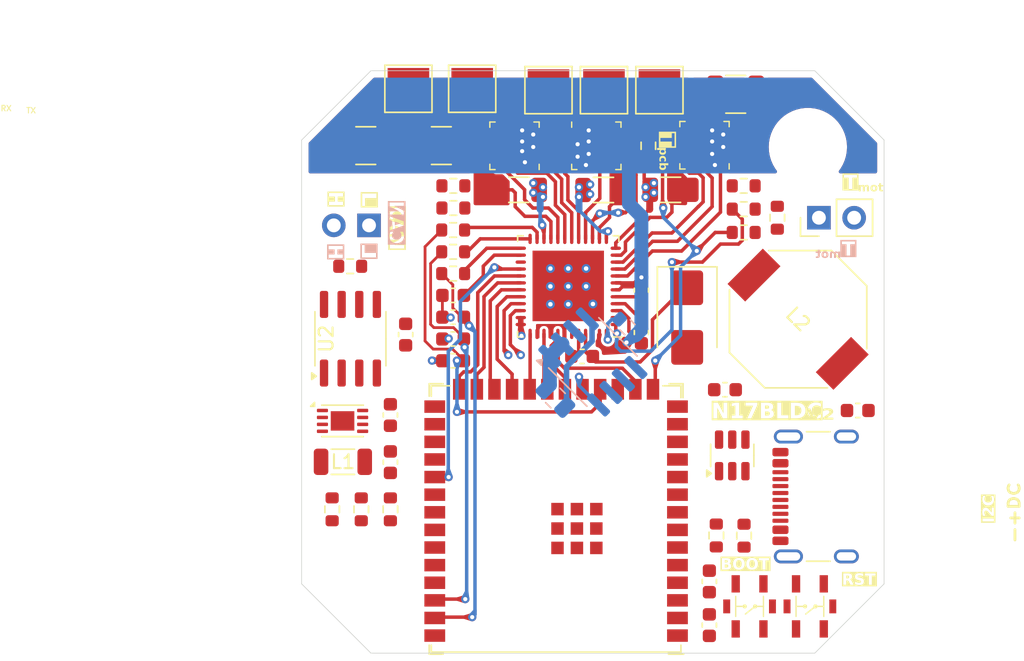
<source format=kicad_pcb>
(kicad_pcb
	(version 20240108)
	(generator "pcbnew")
	(generator_version "8.0")
	(general
		(thickness 1.6)
		(legacy_teardrops no)
	)
	(paper "A4")
	(title_block
		(comment 4 "AISLER Project ID: YMBROGBB")
	)
	(layers
		(0 "F.Cu" signal)
		(1 "In1.Cu" signal)
		(2 "In2.Cu" signal)
		(31 "B.Cu" signal)
		(32 "B.Adhes" user "B.Adhesive")
		(33 "F.Adhes" user "F.Adhesive")
		(34 "B.Paste" user)
		(35 "F.Paste" user)
		(36 "B.SilkS" user "B.Silkscreen")
		(37 "F.SilkS" user "F.Silkscreen")
		(38 "B.Mask" user)
		(39 "F.Mask" user)
		(40 "Dwgs.User" user "User.Drawings")
		(41 "Cmts.User" user "User.Comments")
		(42 "Eco1.User" user "User.Eco1")
		(43 "Eco2.User" user "User.Eco2")
		(44 "Edge.Cuts" user)
		(45 "Margin" user)
		(46 "B.CrtYd" user "B.Courtyard")
		(47 "F.CrtYd" user "F.Courtyard")
		(48 "B.Fab" user)
		(49 "F.Fab" user)
		(50 "User.1" user)
		(51 "User.2" user)
		(52 "User.3" user)
		(53 "User.4" user)
		(54 "User.5" user)
		(55 "User.6" user)
		(56 "User.7" user)
		(57 "User.8" user)
		(58 "User.9" user)
	)
	(setup
		(stackup
			(layer "F.SilkS"
				(type "Top Silk Screen")
			)
			(layer "F.Paste"
				(type "Top Solder Paste")
			)
			(layer "F.Mask"
				(type "Top Solder Mask")
				(thickness 0.01)
			)
			(layer "F.Cu"
				(type "copper")
				(thickness 0.035)
			)
			(layer "dielectric 1"
				(type "prepreg")
				(thickness 0.1)
				(material "FR4")
				(epsilon_r 4.5)
				(loss_tangent 0.02)
			)
			(layer "In1.Cu"
				(type "copper")
				(thickness 0.035)
			)
			(layer "dielectric 2"
				(type "core")
				(thickness 1.24)
				(material "FR4")
				(epsilon_r 4.5)
				(loss_tangent 0.02)
			)
			(layer "In2.Cu"
				(type "copper")
				(thickness 0.035)
			)
			(layer "dielectric 3"
				(type "prepreg")
				(thickness 0.1)
				(material "FR4")
				(epsilon_r 4.5)
				(loss_tangent 0.02)
			)
			(layer "B.Cu"
				(type "copper")
				(thickness 0.035)
			)
			(layer "B.Mask"
				(type "Bottom Solder Mask")
				(thickness 0.01)
			)
			(layer "B.Paste"
				(type "Bottom Solder Paste")
			)
			(layer "B.SilkS"
				(type "Bottom Silk Screen")
			)
			(copper_finish "None")
			(dielectric_constraints no)
		)
		(pad_to_mask_clearance 0)
		(allow_soldermask_bridges_in_footprints no)
		(pcbplotparams
			(layerselection 0x00010fc_ffffffff)
			(plot_on_all_layers_selection 0x0000000_00000000)
			(disableapertmacros no)
			(usegerberextensions no)
			(usegerberattributes yes)
			(usegerberadvancedattributes yes)
			(creategerberjobfile yes)
			(dashed_line_dash_ratio 12.000000)
			(dashed_line_gap_ratio 3.000000)
			(svgprecision 4)
			(plotframeref no)
			(viasonmask no)
			(mode 1)
			(useauxorigin no)
			(hpglpennumber 1)
			(hpglpenspeed 20)
			(hpglpendiameter 15.000000)
			(pdf_front_fp_property_popups yes)
			(pdf_back_fp_property_popups yes)
			(dxfpolygonmode yes)
			(dxfimperialunits yes)
			(dxfusepcbnewfont yes)
			(psnegative no)
			(psa4output no)
			(plotreference yes)
			(plotvalue yes)
			(plotfptext yes)
			(plotinvisibletext no)
			(sketchpadsonfab no)
			(subtractmaskfromsilk no)
			(outputformat 1)
			(mirror no)
			(drillshape 1)
			(scaleselection 1)
			(outputdirectory "")
		)
	)
	(net 0 "")
	(net 1 "Net-(U1-EN)")
	(net 2 "GND")
	(net 3 "Net-(U4-VREF)")
	(net 4 "Net-(U4-CPH)")
	(net 5 "Net-(U4-CPL)")
	(net 6 "Vdrive")
	(net 7 "Net-(U4-VCP)")
	(net 8 "+3.3V")
	(net 9 "/B_D+")
	(net 10 "INHC")
	(net 11 "unconnected-(U1-IO35-Pad28)")
	(net 12 "unconnected-(U1-IO36-Pad29)")
	(net 13 "INHA")
	(net 14 "unconnected-(U1-IO42-Pad35)")
	(net 15 "/B_D-")
	(net 16 "unconnected-(U1-IO37-Pad30)")
	(net 17 "unconnected-(U1-IO16-Pad9)")
	(net 18 "SOA")
	(net 19 "MOTA")
	(net 20 "SOB")
	(net 21 "SOC")
	(net 22 "unconnected-(U1-TXD0-Pad37)")
	(net 23 "unconnected-(U1-RXD0-Pad36)")
	(net 24 "unconnected-(U1-IO40-Pad33)")
	(net 25 "MOTB")
	(net 26 "unconnected-(U1-IO41-Pad34)")
	(net 27 "unconnected-(U1-IO39-Pad32)")
	(net 28 "MOTC")
	(net 29 "INHB")
	(net 30 "/SPA")
	(net 31 "SPI_CLK")
	(net 32 "SPI_MOSI")
	(net 33 "SPI_DRV_nCS")
	(net 34 "SPI_MISO")
	(net 35 "R_TERM_EXT")
	(net 36 "R_TERM_PCB")
	(net 37 "/GHA")
	(net 38 "/GLA")
	(net 39 "/SPB")
	(net 40 "V_sense")
	(net 41 "/GHB")
	(net 42 "/GLB")
	(net 43 "unconnected-(J2-SBU2-PadB8)")
	(net 44 "unconnected-(J2-SBU1-PadA8)")
	(net 45 "/SPC")
	(net 46 "/Shield")
	(net 47 "/ESD_B_D-")
	(net 48 "/ESD_B_D+")
	(net 49 "Net-(J2-CC1)")
	(net 50 "/V_USB")
	(net 51 "Net-(J2-CC2)")
	(net 52 "/CAN_L")
	(net 53 "/CAN_H")
	(net 54 "/CAN_TX")
	(net 55 "/CAN_RX")
	(net 56 "/CAN_S")
	(net 57 "unconnected-(U5-PUSH-Pad3)")
	(net 58 "SCL")
	(net 59 "SDA")
	(net 60 "A")
	(net 61 "B")
	(net 62 "/GHC")
	(net 63 "/GLC")
	(net 64 "/SOA_UNFILTERED")
	(net 65 "/SOB_UNFILTERED")
	(net 66 "/SOC_UNFILTERED")
	(net 67 "Net-(U4-EN_BUCK)")
	(net 68 "DRV_nFAULT")
	(net 69 "DRV_EN")
	(net 70 "HIZ")
	(net 71 "CAL")
	(net 72 "Net-(U4-CB)")
	(net 73 "Net-(D1-K)")
	(net 74 "Net-(U4-FB)")
	(net 75 "/SNA")
	(net 76 "/SNB")
	(net 77 "/SNC")
	(net 78 "+5V")
	(net 79 "Net-(U3-SW)")
	(footprint "Resistor_SMD:R_0603_1608Metric" (layer "F.Cu") (at 56.4 81.625 90))
	(footprint "Resistor_SMD:R_0603_1608Metric" (layer "F.Cu") (at 79.9 83.5125 -90))
	(footprint "Connector_PinHeader_2.54mm:PinHeader_1x02_P2.54mm_Vertical" (layer "F.Cu") (at 54.86 61.15 -90))
	(footprint "PCM_Espressif:ESP32-S3-WROOM-1U" (layer "F.Cu") (at 68.35 82.47 180))
	(footprint "Capacitor_SMD:C_0603_1608Metric" (layer "F.Cu") (at 74.5 68.875 90))
	(footprint "Resistor_SMD:R_0603_1608Metric" (layer "F.Cu") (at 60.925 61.486601))
	(footprint "Capacitor_SMD:C_0603_1608Metric" (layer "F.Cu") (at 79.4 89.975 -90))
	(footprint "Package_SO:SOIC-8_3.9x4.9mm_P1.27mm" (layer "F.Cu") (at 53.52 69.325 90))
	(footprint "Connector_PinHeader_2.54mm:PinHeader_1x02_P2.54mm_Vertical" (layer "F.Cu") (at 87.3 60.6 90))
	(footprint "Resistor_SMD:R_1206_3216Metric" (layer "F.Cu") (at 76.6 58.5875 180))
	(footprint "DRV8313PWP:VQFN-48_EP_7x7_Pitch0.5mm_RGZ0048A" (layer "F.Cu") (at 69.225 65.55 180))
	(footprint "Capacitor_SMD:C_0603_1608Metric" (layer "F.Cu") (at 79.4 86.825 90))
	(footprint "Capacitor_SMD:C_1210_3225Metric" (layer "F.Cu") (at 60.075001 55.4 180))
	(footprint "Resistor_SMD:R_1206_3216Metric" (layer "F.Cu") (at 71.7625 58.6 180))
	(footprint "Capacitor_SMD:C_0603_1608Metric" (layer "F.Cu") (at 60.925 70.913401 180))
	(footprint "Resistor_SMD:R_0603_1608Metric_Pad0.98x0.95mm_HandSolder" (layer "F.Cu") (at 75 55.4125 -90))
	(footprint "Capacitor_SMD:C_0603_1608Metric" (layer "F.Cu") (at 80.525 73 180))
	(footprint "Package_DFN_QFN:DFN-8-1EP_3x2mm_P0.5mm_EP1.7x1.4mm" (layer "F.Cu") (at 52.95 75.250001))
	(footprint "DUALMOSFETS:PowerPAIR_3x3S_BWL" (layer "F.Cu") (at 65.35 55.4125 180))
	(footprint "Resistor_SMD:R_0603_1608Metric" (layer "F.Cu") (at 81.9 83.525 90))
	(footprint "TestPoint:TestPoint_Pad_3.0x3.0mm" (layer "F.Cu") (at 67.8 51.4 180))
	(footprint "TestPoint:TestPoint_Pad_3.0x3.0mm" (layer "F.Cu") (at 71.8 51.4 180))
	(footprint "CUI_TS21:TS21" (layer "F.Cu") (at 86.65 88.625 -90))
	(footprint "Inductor_SMD:L_1206_3216Metric" (layer "F.Cu") (at 52.975 78.2 180))
	(footprint "Resistor_SMD:R_0603_1608Metric" (layer "F.Cu") (at 81.875 61.661906 180))
	(footprint "Capacitor_SMD:C_0603_1608Metric" (layer "F.Cu") (at 74.5 65.825 -90))
	(footprint "Resistor_SMD:R_0603_1608Metric" (layer "F.Cu") (at 60.941002 59.9))
	(footprint "Capacitor_SMD:C_0603_1608Metric" (layer "F.Cu") (at 56.4 74.825 -90))
	(footprint "TestPoint:TestPoint_Pad_3.0x3.0mm" (layer "F.Cu") (at 62.3 51.3 -90))
	(footprint "Resistor_SMD:R_0603_1608Metric" (layer "F.Cu") (at 81.875 58.3))
	(footprint "Resistor_SMD:R_0603_1608Metric" (layer "F.Cu") (at 52.2 81.625 90))
	(footprint "DUALMOSFETS:PowerPAIR_3x3S_BWL" (layer "F.Cu") (at 71.25 55.4125))
	(footprint "Resistor_SMD:R_0603_1608Metric" (layer "F.Cu") (at 81.875 59.980953))
	(footprint "TestPoint:TestPoint_Pad_3.0x3.0mm" (layer "F.Cu") (at 57.7 51.3 -90))
	(footprint "CUI_TS21:TS21" (layer "F.Cu") (at 82.3 88.625 -90))
	(footprint "Resistor_SMD:R_0603_1608Metric"
		(layer "F.Cu")
		(uuid "90a3e877-b7ca-4d7a-bf50-62a47a237db0")
		(at 84.3 60.6 -90)
		(descr "Resistor SMD 0603 (1608 Metric), square (rectangular) end terminal, IPC_7351 nominal, (Body size source: IPC-SM-782 page 72, https://www.pcb-3d.com/wordpress/wp-content/uploads/ipc-sm-782a_amendment_1_and_2.pdf), generated with kicad-footprint-generator")
		(tags "resistor")
		(property "Reference" "R10"
			(at 0 -1.43 90)
			(layer "F.SilkS")
			(hide yes)
			(uuid "cd1bae20-c09a-41c6-bcc5-4f9f2e15d572")
			(effects
				(font
					(size 1 1)
					(thickness 0.15)
				)
			)
		)
		(property "Value" "10K"
			(at 0 1.43 90)
			(layer "F.Fab")
			(uuid "4b70cf21-8f66-4266-a5e5-4fb9baa17a71")
			(effects
				(font
					(size 1 1)
					(thickness 0.15)
				)
			)
		)
		(property "Footprint" "Resistor_SMD:R_0603_1608Metric"
			(at 0 0 -90)
			(unlocked yes)
			(layer "F.Fab")
			(hide yes)
			(uuid "42dd6768-5053-42a7-b46a-77cded7e7d58")
			(effects
				(font
					(size 1.27 1.27)
					(thickness 0.15)
				)
			)
		)
		(property "Datasheet" ""
			(at 0 0 -90)
			(unlocked yes)
			(layer "F.Fab")
			(hide yes)
			(uuid "f375c7ac-28b5-4774-a66a-1ade7d28ebe0")
			(effects
				(font
					(size 1.27 1.27)
					(thickness 0.15)
				)
			)
		)
		(property "Description" ""
			(at 0 0 -90)
			(unlocked yes)
			(layer "F.Fab")
			(hide yes)
			(uuid "e8ad464c-25f7-4ff6-9328-c52d036e849a")
			(effects
				(font
					(size 1.27 1.27)
					(thickness 0.15)
				)
			)
		)
		(property ki_fp_filters "R_*")
		(path "/703bdeef-55e4-4784-afd8-4f3d6d4cedba")
		(sheetname "Root")
		(sheetfile "stepper-closed-loop.kicad_sch")
		(attr smd)
		(fp_line
			(start -0.237258 0.5225)
			(end 0.237258 0.5225)
			(stroke
				(width 0.12)
				(type solid)
			)
			(layer "F.SilkS")
			(uuid "442425a9-db63-4823-8363-cb8bcff294a5")
		)
		(fp_line
			(start -0.237258 -0.5225)
			(end 0.237258 -0.5225)
			(stroke
				(width 0.12)
				(type solid)
			)
			(layer "F.SilkS")
			(uuid "3a05ce73-992b-4c04-a06e-25f88af2cf8a")
		)
		(fp_line
			(start -1.48 0.73)
			(end -1.48 -0.73)
			(stroke
				(width 0.05)
				(type solid)
			)
			(layer "F.CrtYd")
			(uuid "d49ce1f1-f80c-4241-895c-ff19355bf383")
		)
		(fp_line
			(start 1.48 0.73)
			(end -1.48 0.73)
			(stroke
				(width 0.05)
				(type solid)
			)
			(layer "F.CrtYd")
			(uuid "bce9883a-ddf8-4d7e-8ac3-516a5229acad")
		)
		(fp_line
			(start -1.48 -0.73)
			(end 1.48 -0.73)
			(stroke
				(width 0.05)
				(type solid)
			)
			(layer "F.CrtYd")
			(uuid "f8059758-b1ef-4397-9751-5fa06ea078f0")
		)
		(fp_line
			(start 1.48 -0.73)
			(end 1.48 0.73)
			(stroke
				(width 0.05)
				(type solid)

... [342419 chars truncated]
</source>
